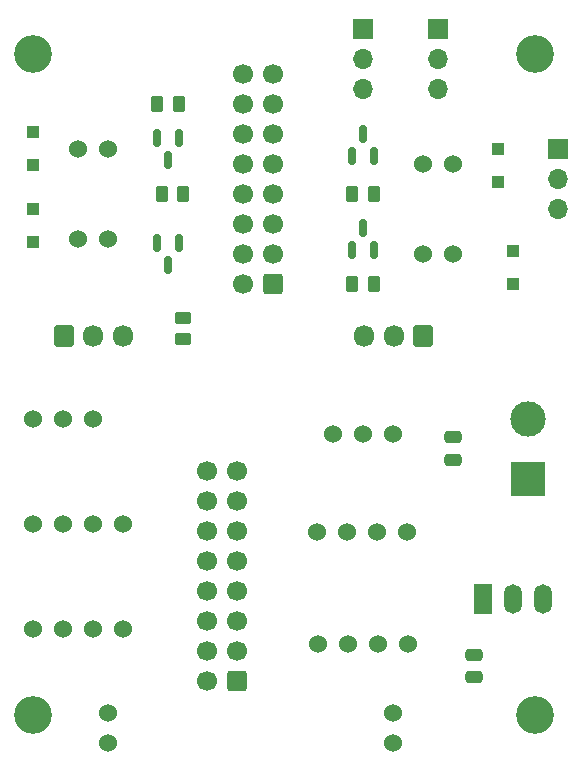
<source format=gbr>
G04 #@! TF.GenerationSoftware,KiCad,Pcbnew,(6.0.1)*
G04 #@! TF.CreationDate,2022-02-06T22:38:22+01:00*
G04 #@! TF.ProjectId,CarteSecondaire,43617274-6553-4656-936f-6e6461697265,rev?*
G04 #@! TF.SameCoordinates,Original*
G04 #@! TF.FileFunction,Soldermask,Top*
G04 #@! TF.FilePolarity,Negative*
%FSLAX46Y46*%
G04 Gerber Fmt 4.6, Leading zero omitted, Abs format (unit mm)*
G04 Created by KiCad (PCBNEW (6.0.1)) date 2022-02-06 22:38:22*
%MOMM*%
%LPD*%
G01*
G04 APERTURE LIST*
G04 Aperture macros list*
%AMRoundRect*
0 Rectangle with rounded corners*
0 $1 Rounding radius*
0 $2 $3 $4 $5 $6 $7 $8 $9 X,Y pos of 4 corners*
0 Add a 4 corners polygon primitive as box body*
4,1,4,$2,$3,$4,$5,$6,$7,$8,$9,$2,$3,0*
0 Add four circle primitives for the rounded corners*
1,1,$1+$1,$2,$3*
1,1,$1+$1,$4,$5*
1,1,$1+$1,$6,$7*
1,1,$1+$1,$8,$9*
0 Add four rect primitives between the rounded corners*
20,1,$1+$1,$2,$3,$4,$5,0*
20,1,$1+$1,$4,$5,$6,$7,0*
20,1,$1+$1,$6,$7,$8,$9,0*
20,1,$1+$1,$8,$9,$2,$3,0*%
G04 Aperture macros list end*
%ADD10C,1.700000*%
%ADD11RoundRect,0.250000X0.600000X0.600000X-0.600000X0.600000X-0.600000X-0.600000X0.600000X-0.600000X0*%
%ADD12R,1.500000X2.500000*%
%ADD13O,1.500000X2.500000*%
%ADD14R,3.000000X3.000000*%
%ADD15C,3.000000*%
%ADD16RoundRect,0.250000X-0.475000X0.250000X-0.475000X-0.250000X0.475000X-0.250000X0.475000X0.250000X0*%
%ADD17R,1.100000X1.100000*%
%ADD18RoundRect,0.250000X-0.450000X0.262500X-0.450000X-0.262500X0.450000X-0.262500X0.450000X0.262500X0*%
%ADD19C,3.200000*%
%ADD20C,1.524000*%
%ADD21RoundRect,0.150000X0.150000X-0.587500X0.150000X0.587500X-0.150000X0.587500X-0.150000X-0.587500X0*%
%ADD22RoundRect,0.250000X0.262500X0.450000X-0.262500X0.450000X-0.262500X-0.450000X0.262500X-0.450000X0*%
%ADD23RoundRect,0.250000X-0.262500X-0.450000X0.262500X-0.450000X0.262500X0.450000X-0.262500X0.450000X0*%
%ADD24R,1.700000X1.700000*%
%ADD25O,1.700000X1.700000*%
%ADD26RoundRect,0.150000X-0.150000X0.587500X-0.150000X-0.587500X0.150000X-0.587500X0.150000X0.587500X0*%
%ADD27RoundRect,0.250000X0.600000X0.675000X-0.600000X0.675000X-0.600000X-0.675000X0.600000X-0.675000X0*%
%ADD28O,1.700000X1.850000*%
%ADD29RoundRect,0.250000X-0.600000X-0.675000X0.600000X-0.675000X0.600000X0.675000X-0.600000X0.675000X0*%
G04 APERTURE END LIST*
D10*
X109261511Y-161290000D03*
X111801511Y-161290000D03*
X109261511Y-163830000D03*
X111801511Y-163830000D03*
X109261511Y-166370000D03*
X111801511Y-166370000D03*
X109261511Y-168910000D03*
X111801511Y-168910000D03*
X109261511Y-171450000D03*
X111801511Y-171450000D03*
X109261511Y-173990000D03*
X111801511Y-173990000D03*
X109261511Y-176530000D03*
X111801511Y-176530000D03*
X109261511Y-179070000D03*
D11*
X111801511Y-179070000D03*
D12*
X132639011Y-172111511D03*
D13*
X135179011Y-172111511D03*
X137719011Y-172111511D03*
D14*
X136449011Y-161951511D03*
D15*
X136449011Y-156871511D03*
D16*
X130099011Y-158461511D03*
X130099011Y-160361511D03*
D17*
X133909011Y-134011511D03*
X133909011Y-136811511D03*
D18*
X107239011Y-148339011D03*
X107239011Y-150164011D03*
D19*
X94500000Y-126000000D03*
D20*
X94539011Y-156871511D03*
X97079011Y-156871511D03*
X99619011Y-156871511D03*
X98349011Y-141631511D03*
X100889011Y-141631511D03*
D21*
X121529011Y-134616511D03*
X123429011Y-134616511D03*
X122479011Y-132741511D03*
X121529011Y-142569011D03*
X123429011Y-142569011D03*
X122479011Y-140694011D03*
D22*
X107239011Y-137821511D03*
X105414011Y-137821511D03*
D23*
X121566511Y-145441511D03*
X123391511Y-145441511D03*
D20*
X125019011Y-181763511D03*
X125019011Y-184303511D03*
D24*
X128829011Y-123851511D03*
D25*
X128829011Y-126391511D03*
X128829011Y-128931511D03*
D20*
X126210000Y-166500000D03*
X123670000Y-166500000D03*
X121130000Y-166500000D03*
X118590000Y-166500000D03*
D17*
X135179011Y-142641511D03*
X135179011Y-145441511D03*
D20*
X130099011Y-135281511D03*
X127559011Y-135281511D03*
X98349011Y-134011511D03*
X100889011Y-134011511D03*
D19*
X94500000Y-182000000D03*
D20*
X130099011Y-142901511D03*
X127559011Y-142901511D03*
D26*
X106919011Y-141964011D03*
X105019011Y-141964011D03*
X105969011Y-143839011D03*
D20*
X94539011Y-174651511D03*
X97079011Y-174651511D03*
X99619011Y-174651511D03*
X102159011Y-174651511D03*
D17*
X94539011Y-139091511D03*
X94539011Y-141891511D03*
D24*
X138989011Y-134026511D03*
D25*
X138989011Y-136566511D03*
X138989011Y-139106511D03*
D19*
X137000000Y-126000000D03*
D11*
X114859011Y-145441511D03*
D10*
X112319011Y-145441511D03*
X114859011Y-142901511D03*
X112319011Y-142901511D03*
X114859011Y-140361511D03*
X112319011Y-140361511D03*
X114859011Y-137821511D03*
X112319011Y-137821511D03*
X114859011Y-135281511D03*
X112319011Y-135281511D03*
X114859011Y-132741511D03*
X112319011Y-132741511D03*
X114859011Y-130201511D03*
X112319011Y-130201511D03*
X114859011Y-127661511D03*
X112319011Y-127661511D03*
D17*
X94539011Y-135411511D03*
X94539011Y-132611511D03*
D20*
X126289011Y-175921511D03*
X123749011Y-175921511D03*
X121209011Y-175921511D03*
X118669011Y-175921511D03*
D19*
X137000000Y-182000000D03*
D24*
X122479011Y-123866511D03*
D25*
X122479011Y-126406511D03*
X122479011Y-128946511D03*
D20*
X125019011Y-158141511D03*
X122479011Y-158141511D03*
X119939011Y-158141511D03*
D27*
X127559011Y-149871511D03*
D28*
X125059011Y-149871511D03*
X122559011Y-149871511D03*
D23*
X121566511Y-137821511D03*
X123391511Y-137821511D03*
D29*
X97119011Y-149901511D03*
D28*
X99619011Y-149901511D03*
X102119011Y-149901511D03*
D26*
X106919011Y-133074011D03*
X105019011Y-133074011D03*
X105969011Y-134949011D03*
D20*
X100889011Y-181763511D03*
X100889011Y-184303511D03*
D16*
X131900000Y-176850000D03*
X131900000Y-178750000D03*
D20*
X94539011Y-165761511D03*
X97079011Y-165761511D03*
X99619011Y-165761511D03*
X102159011Y-165761511D03*
D22*
X106881511Y-130201511D03*
X105056511Y-130201511D03*
M02*

</source>
